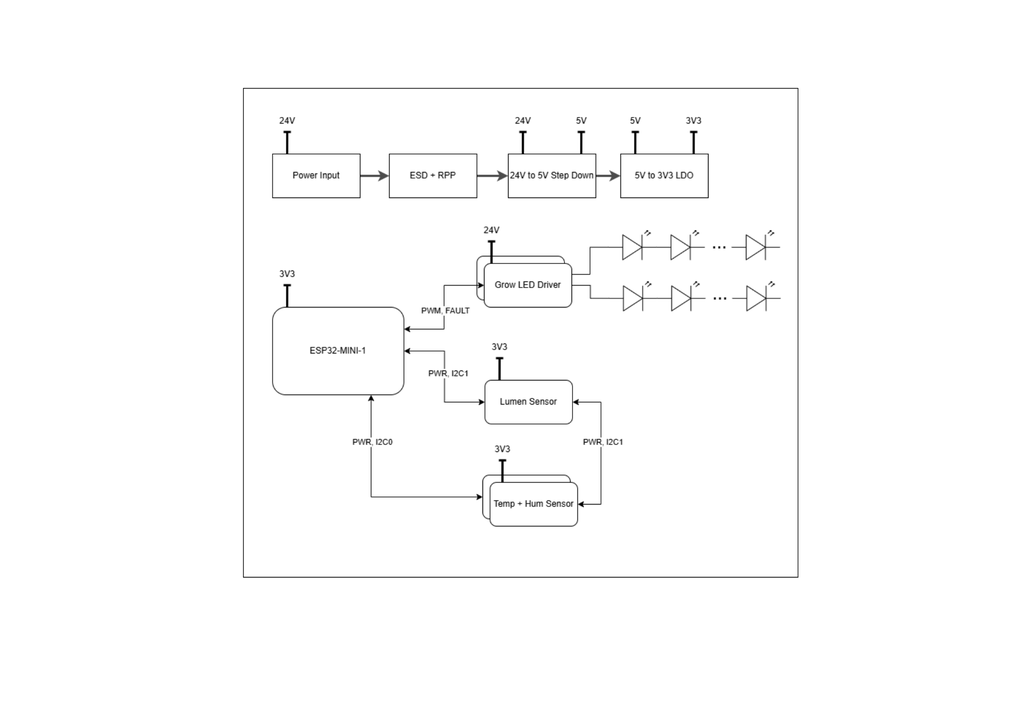
<source format=kicad_sch>
(kicad_sch
	(version 20231120)
	(generator "eeschema")
	(generator_version "8.0")
	(uuid "cc0b1589-a0b2-4506-82dc-9c0adb537706")
	(paper "A4")
	(title_block
		(date "2024-11-13")
		(rev "1.2.0")
		(company "Demeter")
		(comment 1 "Akshat Doctor")
	)
	(lib_symbols)
	(image
		(at 151.13 96.52)
		(scale 2.5)
		(uuid "d9b1f5dd-4453-4c4e-96cc-1ed414d9081c")
		(data "iVBORw0KGgoAAAANSUhEUgAAAv4AAAKjCAIAAADqF5zHAAAAA3NCSVQICAjb4U/gAAAgAElEQVR4"
			"nOzdfWATVb4+8BNF3prQllIwWWlodY3MwrbatND747YphL230PYqRCzKbXVxcWl7WdjevuwKqK1i"
			"A1ZYbKt214utKN3dUF6C1NUoKVcpQrIsLwarWExxExfBtiS8Cszvj7POjQ2UkqadzMzz+QOSyWTy"
			"PTOZ5Mk5J6mMZVkCAAAAIA238F0AAAAAwOAZQv+TyWT81gEAAAAwcLhhriH+iwAAAADExLeLBwNe"
			"AAAAICGIPgAAACAhiD4AAAAgIYg+AAAAICGIPgAAACAhiD4AAAAgIYg+AAAAICGIPgAAACAhiD4A"
			"AAAgIYg+AAAAICGIPgAAACAhiD4AAAAgIYg+AAAAICGIPgAAACAhiD4AAAAgIYg+AAAAICGIPgAA"
			"ACAhiD4AAAAgIYg+AAAAICGIPgAAACAhiD4AAAAgIYg+AAAAICGIPgAAACAhiD4AAAAgIYg+AAAA"
			"ICGIPgAAACAhiD4AAAAgIYg+AAAAICGIPgAAACAhiD4AAAAgIYg+AAAAICGIPgAAACAhiD4AAAAg"
			"IYg+AAAAICGIPgAAACAhiD4AAAAgIYg+AAAAICGIPgAAACAhIR19vF6vTqeTyWQymUyn03m9Xt9b"
			"jUYjXWi322NiYux2O3eT/xIA4IuUT2S73R4WFkbbrlar3W53Xl5eXl6e7zr+S4RC3K3j5OXl0TYa"
			"jUZCiNvtVqvVZrOZW4FbQi/IZLKwsDBBP29FL6SjT01NTUZGBsuyHo+HXuVustvt5eXl9LJGo4mL"
			"i7NYLNytFoslLi5Oo9EMcsEA4E/KJ7LL5UpKSvJ4PCzLOp1OpVJpMBisVqvb7aYruN1uq9VqMBj4"
			"rTMw4m4dRSMOy7Iul6u2ttZsNiuVSp1OZzKZuHVsNhshRKvVlpWVVVdXsyzb2Ng4Z84cbj9AqAnp"
			"6FNaWlpaWkoIkcvlGRkZzc3N9POi1+utqKiYOXMmXc3/1ubm5oyMDLlczmPxAEBJ+UR2OBxqtdq3"
			"CVqtlnz/Zkl83jV5Ka+fxN06Kisrq76+nhBCE4/D4SCE9Eh4JpNJp9Mplcr6+vqsrCxCiFarjYyM"
			"dLlcPFYOvQjp6OPL9xyrqakJDw9PSUnhbtXr9e3t7W1tbYSQtra2rq6u3Nxc3moFgOuQ2onscDga"
			"GhrocAntP+jRZ2AymfLz85VKJa9lBkjcreuB9mAxDEN+mPDcbvfBgweXLFniu7LNZuvs7FSpVLyU"
			"CjckjOhjNputVmtlZSUhxO12Nzc308sc2lVOI7bFYomPjxfHyQYgJlI7kb1er9PprKysZFl2+/bt"
			"OTk5dP6HwWBwOp1er5e+a+r1er4rDYS4W9eD0WhUqVSxsbHp6enkhz1ANpstIiKCG5alM9uys7NF"
			"k/lESQDRx2w25+TkNDU10adRWVlZUVFRj6cU7So3mUxut7u2tlbQQ8sAoiTBE1kul1utVjrYl56e"
			"npSURGcyabXarq6utra2hoYG33dNYRF363ooLS1lWTYjIyMzM5MOyBoMhubmZrfbXVVV5TssS3eL"
			"x+Npbm6m06IhBA3hu4AbMBqNtbW1x44doy+RtMuxoaGBWyEzM3PHjh1yuZxhmNra2m3btnHBHABC"
			"BE5kig6XKBSKiIiILVu2fPjhh0VFRYKezORL3K0jhNAnp8fjkcvlKpWqvb1927Zt1xyWlcvlarWa"
			"dgtBKGJZlmVZ7kJI2b59e0xMjMvluuatlZWVaWlp9MsFLMu6XK6YmBhCCO2ABYAQIdkT2eVyxcfH"
			"22w21m8n0JG+XnZL6BN36ziVlZW5ubn0cm5uLnfZ4/GkpaURQnos2b59O/v905hehhDhm3NCesDL"
			"ZDJ1dHSoVKrr/SKILzr4OnLkSHEMLQOIhmRPZKVS+dprr6WmpspkMt/BPkKIXq8fOXIk/VoQv0UG"
			"TNyt49ARPfrUdTqd3E8z0MFZQgg3LCuXyzdt2lRYWCiTyVQqVX5+Pv22F4QgGY1CMtk/LwAAAACI"
			"jG/OCeleHwAAAIDgQvQBAAAACUH0AQAAAAlB9AEAAAAJQfQBAAAACUH0AQAAAAlB9AEAAAAJQfQB"
			"AAAACQn1v+Hl6+uvv/7yyy9lMhkhxP/fqKio2NhYfisEgBuS2oks7vaKu3X+pNZe0fL/2xYhi/sF"
			"8WsqKCjgu0AAuDGpncjibq+4W+dPau0VEyKUv+HVA4s/tQEgfFI7kcXdXnG3zp/U2itWQhrwio6O"
			"njp1Kn3m2e32y5cvE0ISEhKGDBnCsuz48eP5LhAAbkxqJ7K42yvu1vmTWnvFSqh/vnTMmDGnT58m"
			"hJw6dSoqKorvcgAgEFI7kcXdXnG3zp/U2it0YvjzpVwD6OQyABAiqZ3I4m6vuFvnT2rtFRPBRx8A"
			"EC6pncjibq+4W+dPau0VE6FGHw7iNoAISO1EFnd7xd06f1JrrwgINfqgpxFABKR2Iou7veJunT+p"
			"tVdMBB99AEC4pHYii7u94m6dP6m1V0yEGn04iNsAIiC1E1nc7RV36/xJrb0iINTog55GABGQ2oks"
			"7vaKu3X+pNZeMRF89AEA4ZLaiSzu9oq7df6k1l4xEWr04SBuA4iA1E5kcbdX3K3zJ7X2ioBQow96"
			"GgFEQGonsrjbK+7W+ZNae8VE8NEHAIRLaieyuNsr7tb5k1p7xUSo0YeDuA0gAlI7kcXdXnG3zp/U"
			"2isCQo0+6GkEEAGpncjibq+4W+dPau0VE8FHHwAQLqmdyOJur7hb509q7RUToUYfDuI2gAhI7UQW"
			"d3vF3Tp/UmuvCAg1+qCnEUAEpHYii7u94m6dP6m1V0wEH30AQLikdiKLu73ibp0/qbVXTAQffRC3"
			"AYRLaieyuNsr7tb5k1p7xUSo0YeD5xyACEjtRBZ3e8XdOn9Sa68ICDX6oKcRQASkdiKLu73ibp0/"
			"qbVXTAQffRC3AYRLaieyuNsr7tb5k1p7xUSo0YeD5xyACEjtRBZ3e8XdOn9Sa68ICDX6oKcRQASk"
			"diKLu73ibp0/qbVXTAQffRC3AYRLaieyuNsr7tb5k1p7xUSo0YeD5xyACEjtRBZ3e8XdOn9Sa68I"
			"CDX6oKcRQASkdiKLu73ibp0/qbVXTAQffRC3AYRLaieyuNsr7tb5k1p7xURGD55MJuMlwOIZM2hw"
			"fMWN3w+gONCDZhAONI7moEG/0WDyzTlD+C2F4NgPCh5fy3B8B0EovFfhQA+CQTvQOJqDIBROW8kS"
			"6oAXAAAAQAAQfQAAAEBCEH0AAABAQhB9AAAAQEIQfQAAAEBCEH0AAABAQhB9AAAAQEIQfQAAAEBC"
			"EH0AAABAQhB9AAAAQEIQfQAAAEBCEH0AAABAQhB9AAAAQEIQfQAAAEBCEH0AAABAQhB9AAAAQEIQ"
			"fQAAAEBCEH0AAABAQhB9AAAAQEIQfQAAAEBCEH3gJly6dOnKlSt8VwEDDgdaTHA0AXpA9IGbMHTo"
			"0PLy8ubm5suXL/NdCwwgHGgxwdEE6AHRB27OzJkza2trf/GLX7z99tvfffcd3+XAQMGBFhMcTQBf"
			"Iow+brdbrVbLfOTl5Q3oI+bl5RmNxn5uxG63JyQkuN3uoJQ0cKZNm6ZWq0+dOvXKK688/vjj27Zt"
			"u3Tp0iDXYDQaZT/EHWLfm7iD0mN9nU7n9Xpv6hHtdntYWNgNH1Emk4WFhdnt9l6WC0VgB9rr9ep0"
			"uuvt57y8PLrfjEZjj1v9l/T9tMrLy/M96Ha7PSYmxndv+y8hPzym3EP35zTs8SQJqSM+mKdtAIej"
			"77udO624E5B7UvkWQJdwlfg/ka75lPCt3P+Nw/f4DvR7Cgw0EUYfavv27SzLsizr8XicTqfZbOa7"
			"IvHIycmhF7799ts//OEPjz/++NatWwc5AKWlpXk8HvZ79fX1hBCj0VhbW+tyuViWdblctbW13Eue"
			"7/pqtTozM/Nm009UVJTNZqNbcLlcVquVe1L5bryxsbGoqIhu/HrLhSKAA11TU5ORkUHPO3qVu8ls"
			"Njc0NNDLer2+vb29ra2NXvV6vc3NzRkZGXK5/GaL9Hq9TqeTO99LS0s1Gk1cXJzFYuHWsVgscXFx"
			"Go2GW2K321NTUxsbG/vzlPDn+yRpbGxMTU0NnfQzOKdtYIejj+x2e2trq8fjoa/q9Ow2GAxWq5WL"
			"TW6322q1GgwGenpyLwV9fAvIzc31fePgIo7ZbE5NTd29eze9lRASwCcoCB2ijT4cuVyuVqsdDgfx"
			"ie1qtdrtdrvd7oSEBO4zOn0q04+tZrPZ9/MrPW3oB4WYmBh6d//HMpvNCQkJCQkJ3Gc+upHly5fT"
			"x6Xnqu9HHLPZrNPpjh07NmfOnIMHD06dOlUoHT/c1c7Oztdee+3nP//55s2bB78HyJfD4dDpdEql"
			"khCiVCrz8/Obm5v9X54qKyuPHz++a9cu/y0Yjca+9DQolUqdTkefVD2oVKquri76xt+X5aEsgANd"
			"WlpaWlpKCJHL5RkZGdz+d7vdVVVVaWlpdLUeb4dtbW3t7e16vZ7bjtFobGhoKCsro4fDbDZfryfJ"
			"4/F0dXWpVCpuSY+HvmaucrlcY8aM0Wq19OqSJUva29s/+ugj39Owx8sF+f5svf/++30XXk9WVpbB"
			"YFi/fj35YWcY99pCX1XMZjO3KdrR5f8y0ttB6rPBOW0DOBxut7v33c5JTEzcunWrXC6n26QnID2I"
			"NpuNrkMvaLXarKws+omol7O1F3K5vKqqateuXfRlvKqqqrGxMTExkd5KM/01X0NAEMQffeiHAIZh"
			"6Am2cuVKlmV1Ot38+fMVCkV8fLzL5SKEfPXVV4QQ+nmCEKLVagsKCtRqNcuy27dvz8nJoS9Ap0+f"
			"rqmpcTqd9P3V38GDBysqKjweT1JSEn3VI4S88cYbx44ds9lsNTU113whu/3225uamuLj4/fu3Xu9"
			"LYcU7hMkp7u7+/XXX3/sscdMJtOFCxd4qcpgMDQ0NHDvjqWlpVar1b8jIbCXQl/ck8r/JovFEhER"
			"oVAo+rg8xPXnQDscDrVaTfd/WVlZRkYG99bb4+3QYrGkp6dz7yuEkNLS0tzc3MrKytLSUrvdnpOT"
			"s337dnpuFhQU+D6Ky+X6/PPPtVqtbzDy7VVqa2vr6urKzc31vRd9v7zrrrvo+ZiYmNjR0fFv//Zv"
			"3GlICJkzZw7tFqIvF3TLLS0tKSkpdGFZWVnve89gMDidTq/XS2v2eDz0xaStrY1753Y4HLGxsS6X"
			"y+v1dnd30/x3zZeR/huE0zaAw6FUKnvsdt9X6Wv2rND8RE9AejqbTCZ6k8lkys/P930V7eVs7R0N"
			"6C6Xi9bMBWXy/Sdq7kFBcIbwXcBAyc7O5i5XVlZmZWXZ7fbIyEh6yi1ZsuSBBx5oa2tjGMZkMqWn"
			"p4eHh0+bNo1+YqAv0Fartbq6mhCSnp6elJTkcrlUKlVUVJTvBxp/MTExWq3W90MJIYSeikqlMj09"
			"3WKx+H66HTRZWVmD8Chnzpypr69vamqaM2fO7NmzB+6BWlpafGPE9u3bs7KysrKyPB5PZmYmvSkt"
			"LW3Hjh19GUPxer2ZmZktLS30allZWUxMTI8Yevr0ad/XPvqk8i+G3pE+6PWWD4TBOb6cGx5os9ls"
			"tVrpm5ndbu/u7i4oKPBNLXq9ftOmTTTNNDc3FxUVXe+xXC5XUlJSenq6XC4vKioqLCx0u93coaH9"
			"N3v37lUoFJmZmQUFBfX19dybVmJiosViiY+P7/GJQqlU0hETekxHjhy5e/du3+zFdR4QQpYsWbJw"
			"4UJaakxMDPcasnDhQt9Krufs2bNOp7OoqEgul9MXE4vFwjBMVVVVQUGB1+vNycnhOsA0Go3L5brm"
			"ywg1EAc6iKdtYIfD9+7+r9K+x4UQYjabs7OzuQNBCDEYDFVVVV6v1+PxHDx4cMmSJdzKRqOxrKws"
			"LS0tPT29P+3yxzBMfz4+Ab9E2+vDDTbT8WZCiMvl6uzspLeqVKrRo0cTQvR6fXd3t81m6+7unjJl"
			"isPhcDgc3OeD7OxsmUymUChaWlros3z06NG9R5/Y2Fj/T/YBfOAQNI/HU19f/6tf/WrgHqLHXB/u"
			"/UAul1utVm4CR48eAopOR/Bdwt2rsrKysrKSZVn/jj1uGsf27dt9X3Z7FON7x+stFw3uQA8fPtx3"
			"udlszsnJaWpqUiqVXq+3oqJixYoVPWKfRqOJiIiw2Wy7du06fvy4b6zswfcNRqVSRUZG+t6alZVF"
			"9y0NRnTaBw0NJpPJ7XbX1tYaDIZrbrm0tJSblzNnzpwewysdHR0qlUomk2m12s8//5x2D1/zBO+9"
			"co/Hc/z4cbqE9haQ70PVZ5991tHRcc8993z11Vculys8PJzupZt6lGAJymnbn8NBrvMq7f8QLMtW"
			"V1dz0wO0Wm1XV1dbW1tDQ0NERITvLCJ6iDMyMgKYy+V74EBkRBt9/Pm+aLpcrm+//ZYQotFowsPD"
			"P/300zvuuEOlUjkcjtbWVtorExkZyc1Y5PJTYOgroP87Lvnhy7pojBkz5oknnqB9ZoPG6/Xef//9"
			"vuOJ3HBDjzXpK1rAeTQrK6uXrnhJ4Q6071iJ0WgsLCw8duwY/bDe1tb23nvv0RGQhoaGhoYGOnWU"
			"GzLwH6HowfdI+b41XhMXGhiGsVqt27Zti42N9f/E32NSl1arjYyMpOGG45tcz549S5tz/Phx2v1z"
			"w0rI90N+t99+e2xsLF3CvQgolcrJkyfv27dv1KhRGo3mzJkzr732Wi+ZYBAMxGnbx8PBuear9PXW"
			"pFOYCSEKhSIiImLLli20+9C/b5VhGO7A9R39woRKpeJiOncTHXHj93hBf4h2wMufSqXq7OxsaGgo"
			"LS1dv349/YqBXC4fNWrUqlWrampquM8KdHl8fPz69evr6+u5L4P03t/Ti+bm5oKCAt+5nJ9//rnN"
			"ZktPT29ubg5aC3sV3O+47dmz5/nnn/dfHh0d/eCDD86cOXPIkMF+asnl8pSUlKKiIjrIRWcmcnNN"
			"fJWVlV3v9bePAbeysnLq1Km7du0a5GGmXgzQdxhv9kCbzeba2lrfscLExMSzZ8/SyzT00MmnhBCD"
			"wZCdnU0Hm3qpQaVS7d+/f9euXenp6VVVVdxMdspoNDocjvr6enrEufmztFtl8eLFlZWV/s8BvV7/"
			"wAMP6PV6GmgaGho6OztVKhWXfrRaLZ0Ln5WVRb85SAfvOjo6bDZbVlaWyWTqUUkPZrPZZDLt3r2b"
			"hryqqqr09PRdu3bt37+/qqqKEHLHHXe8/PLLDz/8sFKpHDVqlNPp7KXry3ezN1znegbhtA3scHCu"
			"+SrN3Wo2m6uqqugJ7vs1MdqrRMepuX3IVUIIueHB8uf1eouKirgpaEVFRTk5OdyoKO1ODvogGgwa"
			"CfX60Ml05eXlMpnMarVu2rSJnoE/+9nPaJ82vZqSkkIv0OnM9KaVK1f2501OrVYrFAqtVltTU5OY"
			"mJiYmLhy5crs7Oxx48ZNmzaNrkPPeUF8w4sQ0tjY2GNJdHR0QUFBXV1dRkbGIOQeOo2mx0/1lJaW"
			"ZmRk0OUKhUKtVnPvsr7rO53OPs4Buh769TE66SRIDQpRN3ugTSYTN050w59Q0mq1MTExSUlJ1/ye"
			"M8Mw9BteiYmJjY2N2dnZtP/A9wvz5Pu0yh1xLrzS2a8jR4685tS6xMTELVu2pKam0jq5uMadhoSQ"
			"pqamnJwcmUxWXl5OB+8IIfHx8StWrKDPoh6VkO8nhNFt+r5T0jUVCkV2djb3RSG9Xt/Z2UnLu+OO"
			"O9Rq9UAPiQ7CaRvY4eix2/1fpamsrCzuBK+trfW9Va/Xjxw50jffcJX05WBx36RraGigS3q8gGRl"
			"Ze3evZt7whBCrvkVChAKGf2JApnsnxcG++F5etxBQ+fPFhUV8ds9ENz9/NFHH1VWVnJXo6Oj582b"
			"N3PmzFtvvXVAHxeuZ4D2Mw50D769DrwU0J/9jKMZarCfB5nvDpfQgBcEy6ZNm+iF6Ojohx56SK/X"
			"+796ggjgQIsJjiYAB9FnYNGvDvFdRTB9+OGHTqdz7NixdHIAXj3FCgfaH/0BBb6rCASOJoAvRB+4"
			"ORaLpbCwEB8ZRQ8HWkxwNAF8Ya6PJARrP1+6dOnWW2/t+6snju/gCPp+xoEOTYHtZxzN0IT9PMgw"
			"1wcCNHToUL5LgMGAAy0mOJoAPUjoy+0AAAAAiD4AAAAgIYg+AAAAICGIPgAAACAhiD4AAAAgIYg+"
			"AAAAICGIPgAAACAhiD4AAAAgIYg+AAAAICGIPgAAACAhiD4AAAAgIYg+AAAAICGIPgAAACAhiD4A"
			"AAAgIYg+AAAAICGIPgAAACAhiD4AAAAgIYg+AAAAICGIPgAAACAhiD4AAAAgIUP4LoDIZDK+S4AB"
			"hOMrETjQYoKjCeLGc/RhWZbfAmBA4fhKBA60mOBoguhhwAsAAAAkBNEHAAAAJATRBwAAACQE0QcA"
			"AAAkBNEHAAAAJATRBwAAACQE0QcAAAAkBNEHAAAAJATRBwAAACQE0QcAAAAkBNEHAAAAJATRBwAA"
			"ACQE0QcAAAAkBNEHAAAAJATRBwAAACQE0QcAAAAkBNEHAAAAJATRBwAAACQE0QcAAAAkBNEHAAAA"
			"JATRBwAAACQE0QcAAAAkBNEHAAAAJATRBwAAACQE0QcAAAAkBNEHAAAAJATRBwAAACQE0QcAAAAk"
			"BNEHAAAAJATRBwAAACQE0QcAAAAkBNEHAAAAJATRBwAAACQE0QcAAAAkBNEHAAAAJATRBwAAACQE"
			"0QcAAAAkBNEHAAAAJATRB0DkvF6vTqeTyWQymUyn03m9Xt9bjUYjXWi322NiYux2O3eT/xIAABFA"
			"9AEQuZqamoyMDJZlPR4PvcrdZLfby8vL6WWNRhMXF2exWLhbLRZLXFycRqMZ5IIBAAYUog+AyJWW"
			"lpaWlhJC5HJ5RkZGc3Mz7fjxer0VFRUzZ86kq/nf2tzcnJGRIZfLeSweACDoEH0AJMThcKjVappm"
			"ampqwsPDU1JSuFv1en17e3tbWxshpK2traurKzc3l7daAQAGBqIPgFSYzWar1VpZWUkIcbvdzc3N"
			"9DKHjnm5XC5CiMViiY+PVyqV/NQKIChnzpzhuwTh4XGnIfoASILZbM7JyWlqaqJppqysrKioqEey"
			"oWNeJpPJ7XbX1tYaDAaeigVJ2Llzp0wmCw8PP3DgAN+1BM5ut8tksnHjxr3zzjt81yIYvO+0Ibw8"
			"KgAMJqPRWFtbe+zYMZp13G631WptaGjgVsjMzNyxY4dcLmcYpra2dtu2bbGxsenp6fyVDOJ34cKF"
			"oUOHRkZG8l1Iv3R1dUVHR48ZM4bvQoSE950mY1mWECKT/fMCAIiM2WwuLCzcu3fvNUevjEZjc3Mz"
			"zT2EELfbPXXq1I6OjsrKSjo5GmAgVFdXP/PMM5s2bRo1atRtt92mUCguX758zz338F3XzXnjjTcW"
			"Lly4adOm8ePHE0JGjx5NCFEoFOPGjeO7tNDF107zzTno9QEQOZPJ1NHRoVKp6NW0tDQu6PhTKpU6"
			"nc5kMun1+kGsEaTlt7/97dtvv93S0sIwDF0yYcKEv//974899lhdXR2/tfWd0Wh8+eWXW1pauO8K"
			"xMXF/f3vf09NTX3vvff4rS1khchOw1wfAJGrr69nfVitVt/cU1pa2mNJfX392bNnExMT+SgWxK+z"
			"s/PAgQO+uWfPnj0sy6anp//oRz/it7absnPnTt+38E8++UQul0+fPv3HP/4xv4WFshDZaRjwAgCA"
			"a/jggw+mT58+0I9iMpnmz5+/YcOGWbNmke+HP4Lo0KFDP/3pT4O7Teq777677bbb6OX33ntv/vz5"
			"zzzzzPz588kAtGKQiXKn/SDn0A+C3AUAAIDDhw+HhYU9/vjjnZ2dQdngjBkzLBZLj4Xr1q0bN27c"
			"+++/H5SH8PfNN9+Eh4fn5OScOHEiKBt8+OGH33zzzR4LN2zYMHz48KampqA8BO/EutN8cw4GvAAA"
			"4BomTJgwatQohmHefPPNAXqIb7/91mq1Dmjf0m233Xb33XdPnDjxlVdeGaCH6OrqslqtDzzwwABt"
			"f/CJfqch+gAAwDXIZLKqqqqNGze++OKLDz/88N///vegP8QzzzwzCN/qeuaZZ95///3GxsasrKxP"
			"P/006NtfunTplClTgr5Zfol7pyH6AADAdU2fPt1ut991110TJ0589dVX+S4nQMnJyVarNTU1lWGY"
			"qqoqvssRBhHvNEQfAAC4gfLy8vfee++tt97Kzs6mf+VNiIqLi48cOUKnb9vtdr7LEQZR7jREHwAA"
			"uLEpU6a0tLRMmzaNYZgXX3yR73ICxDDM22+/bTAYUlNTy8vL+S5HGMS30xB9AACgr0pKSg4dOmSx"
			"WGbMmPHXv/6V73IClJ+f73A4jhw5kpyc3NLSwnc5wiCmnYZfcwaQlq+//vrLL7+UyWSEEP9/o6Ki"
			"YmNj+a0QQtxPfvKTnTt31tTUTJs27Te/+c2KFSv4rigQarX6T3/6U319/bx58/Ly8lavXs13RQIg"
			"mp2GXh8AaWlqakpJSZk6derUqVOnTJkyZcqU5OTk5OTkpKSkpKQkkU1mhIFTUFDgcDgOHTo0ZcqU"
			"3bt3811OgPLy8j755JNTp07RPMd3OcIggp2G6AMgLSx+tx2CZMKECX/+858XL15sMBiE+8dux4wZ"
			"8z//8z/l5eWFhYUFBQXnzp3juyIBEPpOQ/QBkJbo6Giuv2fIkH8OeSckJGi12sTERPq3lAH67tFH"
			"H/3kk09Onjw5adKk5uZmvssJ0Ny5cx0Oxy233MIwzJ///Ge+yxEG4e40zPUBkJZ58+bNmzePXh4z"
			"Zszp06cJIRaLJSoqite6QMCio6M3bNhgMpny8/Nnz569Zs2aESNG8F3UTRs+fPhLL700e/bskpKS"
			"HTt2rFmzZuzYsXwXFeoEutPQ6wMgXdzgF53jDNAfBoPB4XAQQhiGMZlMfJcToH//938/dOiQSqVi"
			"GGbDhg18lyMMgttpiD4A0oV5PxBcI0aMqK6urq2tffrppx999NFvvilnmToAACAASURBVPmG74oC"
			"9Pzzz2/durWurs5gMBw/fpzvcoRBQDsN0QcA0OsDwZSRkXHkyJFx48YxDPP666/zXU6Apk2b1tra"
			"mpCQwDBMdXU13+UIg1B2GqIPgHRhwAsGjtFo3Lx58yuvvPLggw9++eWXfJcToOXLl+/Zs2fr1q00"
			"z/FdjjCE/k7DNGcA6cKAV2jau3cv+WEe9c+mPZZc7+qJEycmTZoUQA0dHR2XLl0K4I6+UlNT9+7d"
			"W1FRwTDMmDFjXC7XsWPHAtiO0+lUq9UB3LGzs/PKlSsB3NHXvffea7FY1q5de++998bGxmq12sBa"
			"QQi56667el8hLy+voaEhLS1tx44dcrn8Zhf6CrhIwe20ACD6AAB6fULLf/7nf44ZM6ZHMA3sqkKh"
			"+OqrrwKoof+5h7NixQqPx7N27dqysrKRI0cGsAWVSuVyuQK445UrV7777rsA7uhv2bJlFy5cWLFi"
			"hdForK2tDWALP/3pTzdv3hyUYvrivffeC+xPrUlhpyH6AEgXBrxC07Fjxz7//HN+azhy5Mj8+fP7"
			"v51Dhw4VFxezLHvfffetWrVqxowZ/d9m3506dWrixIn93057e3txcbHb7Z4+ffqjjz768MMP93+b"
			"A23x4sWLFy8O4I5S2GmY6wMgXRjwggG1atWqpKSkWbNmvfvuuwqFgu9yAvTSSy8xDHPfffft2bMn"
			"Ojp6QB+rvr6eZVmr1eo7htX3haFjMHdaANDrAwDo9YEg27NnT3Fx8bhx4xwOx5133sl3OQE6fPhw"
			"cXHxlStX9u7dm5CQwHc5wiCInYZeHwDpwoAXDIQnn3wyMzPz5z//eVNTk3Bzz/PPP5+YmJiRkfHe"
			"e++F7Ft4qBHKTkOvD4B0YcALguvdd98tLi6Oj48/evTouHHj+C4nQK2trcXFxdHR0Q6HYyC+XiRK"
			"wtpp6PUBAPT6QH9dunTpV7/61eOPP/7b3/62oaFBuLln+fLls2bNevTRR7ds2RL6b+EhQnA7DdEH"
			"QLow4AVBsWXLFoZhLl265HA4HnroIb7LCRAdo3E6nUePHn388cf5LkcYBLrTMOAFIF0Y8IJ++vbb"
			"b4uLi1tbW3/3u9/Nnj2b73IC9N133xUXF2/evHnNmjU5OTl8lyMMgt5p6PUBAPT6QCDeeOMNhmFG"
			"jx7tcDiEm3u2bNkyceLECxcuOBwOwb2F80XoOw29PgDShQEvCMyJEyeKi4u/+OKLxsZGnU7HdzkB"
			"6uzsLC4u/uijj9atW5eZmcl3OcIgjp2GXh8A6cKAFwTg5Zdfnjhx4sSJE/fv3y/c3LNx40aGYSIi"
			"IhwOh3DfwgeZaHYaen0AxKatrW3jxo0Wi8XhcJw5c6YvdxkxYsRAVyUgo0aNYhhGr9cvWLBAo9Hw"
			"XU4IOXr0aHFx8dmzZ61Wq1ar5bucAHFdVm+99VZ6ejrf5QiDyHYaen0ARGXp0qXJyckXLlyorKx0"
			"Op1sr4YOHUrvdfHixd7XlBSn01lZWXnhwoXk5OSlS5fye0BDxwsvvMAwjE6n27Vrl3BzzyuvvMIw"
			"zD333LN//34RvIUPDvHtNPT6AIiEy+WaO3fu5MmTnU5nREREX+7CYsDrWiIiItLS0tLS0p588smS"
			"kpKUlJTNmzerVCq+6+LN/v37i4uLFQrF0aNH77nnHr7LCdCnn35aXFzs8Xg++OCDpKQkvssRBrHu"
			"NPT6AIjE3LlzZ8+eXVdX18fcQzDN+UYiIiLq6upmz549d+5cvmvhzdNPPz19+vScnByz2Szc3PPC"
			"Cy9MnDgxLS3NarWK6S18QIl4p6HXB0AMli5dOnny5OXLlwd2d0SfXixfvryjo2Pp0qXr1q3ju5ZB"
			"dfbsWa1We9dddzkcjvHjx/NdToAuX76cnp4eFhbmcDgmTpzIdznCIPqdhugDIHhtbW0bNmxwOp03"
			"e0cMePXR6tWr1Wr14sWLJTXrWS6XL126dMGCBUHZ2r/+678GZTs3S6PRzJs3b/HixUHZ2t133x2U"
			"7YQ40e80GX3tk8lkeBEEEKgVK1ZcuHBhzZo1N3vHW2+99erVq4SQy5cv33rrrQNQmngUFxcPHz68"
			"oqJiEB4rRF6QOzs7IyMj+a6ivy5dusRN54c+EuVO8z2tMNcHQPAsFks/f2MDA143lJmZabFY+K5i"
			"UIkg9xBCxPcWPghEv9PQ6wMgeOHh4X3/VpevW265hZ74V65cueUWfBDqTVdXl1qt7u7uHoTHwgsy"
			"QND5nlaIPgCCF/D5y3X2XL16FR0/NzRor5N4QQYIOt/TCtOcAaTF97eeuYXo8ukjmUyG33oGEDq8"
			"3gFIyE391jNcE37rGUDoMOAFIHh9OX+533pevXp1ALOCwF9XV1dJScnhw4eD/lvPeEEGCDrM9QEQ"
			"lb6cvykpKbNnzw74Nw/hep599tm33367tbU1iNvECzJA0CH6AIjKDc/fpUuXnjt3rq6ubtBKkpRF"
			"ixaNHDkyiL/1jBdkgKBD9AEQld7P37a2tuTk5MC+/Q59Qb/3vm/fvmDNesYLMkDQ4ScNASRk48aN"
			"ixYtQu4ZOBEREYsWLdq4cSPfhQBAnyD6AIhc/3/rGW5Igr/1DCBcGPACELzez9+Af+sZ+i64v/WM"
			"F2SAoMNcHwBR6f38xdk9OIK4n3HIAIJOSHN98vLyZDKZTCYzGo2EELfbrVarzWYztwK3hF6QyWRh"
			"YWF2u52/kgEAACB0hXT0oRGHZVmXy1VbW2s2m5VKpU6nM5lM3Do2m40QotVqy8rKqqurWZZtbGyc"
			"M2eO2+3mrW4AAAAIVSEdfbKysurr6wkhNPHQPzlkMBisViuXbEwmk06nUyqV9fX1WVlZhBCtVhsZ"
			"GelyuXisHAAAAEJTSEcfjtvttlqtDMMQQrRaLfm+s8ftdh88eHDJkiW+K9tsts7OzuD+rjwAAACI"
			"gwCij9FoVKlUsbGx6enp5Ic9QDabLSIigvsZMa/Xq9PpsrOz8/PzlUoln0UDAABASBJA9CktLWVZ"
			"NiMjIzMz0+v1EkIMBkNzc7Pb7a6qqsrIyJDL5XRNuVxutVo9Hk9zczOdFg0AMGhkQaLT6fhuCoCY"
			"DeG7gL5iGKa2ttbj8cjlcpVK1d7evm3btq6urtzc3B5ryuVytVpNu4UAAAYNvpEOIAgh3etjNBrz"
			"8vLoZW46MyFEo9HExcUtXrw4Pj6eLqFDXfQbYXRikMFg4LFyAAAACE0hHX1KS0vJ933ITqezpqaG"
			"LpfL5RkZGYQQLt/I5fJNmzYVFhbKZDKVSpWfn0+/7QUAAADgC7/mDCB4+DXnUID9DBDKhPRrzgAA"
			"AABBhOgDAAAAEoLoAwAAABKC6AMAAAASgugDAAAAEoLoAwA9mc1m7peF1Wo199eC+89ut8fExNjt"
			"dt+FeXl5PX7OmP4ae4/l3K989XLfa65jt9sTEhKC2AoIlg0bNshksnHjxgn6D07v3LlTJpOFh4cf"
			"OHCA71oEg9+dhugDIBJVVVUej6f/2zEajTk5OTabjWVZlmXz8/Pnz59P/4bMwMnNzWV90N/08l3u"
			"8XicTuc1k80N10lMTPzb3/6Gv+sXmkaMGHH58mW+q+iXCxcuDB06NDIyku9ChITfnYboAyASK1as"
			"GDNmzIoVK/oTgNxud21tbWNjY2JiIl2Sm5vb1dXV1tZGO2xiYmJoP5Ddbg8LC+O6hdxud0JCAu3O"
			"MRqNOp3O6/X6/sx6P8nl8qqqql27dvXoMbreOr7V/uUvf0lISDh27JhvMXl5ebRvievi8q05Pj5e"
			"JpMFpXK4nueee+65555raWlpbm7u6uo6duzYvn37+C7qplVXVz/xxBNvv/32n/70J0LIsWPHPv30"
			"U76LCnW87zQhRZ+vv/567969H3/88ccff7xv3759+/bt379///79NpvNZrMdP36c7wIB+PTcc88N"
			"GTKkqqpq7NixAQcgm81GCNFqtdwSpVL5t7/9jSah06dP19TUOJ1OQsicOXNWrlzJsqxOp5s/f75C"
			"oYiPj6fDFl999RUhxOPx0Bp8t9Yf9C/Y9D4y4rsOV+2YMWMIIWFhYRkZGSaTiRDidrsPHjyo1+vt"
			"dntBQYHNZqOlFhQU0O0kJCSwLIsfhR84BQUFf/nLX1paWpKSkpKTk2+//fbp06enpKSUl5fzXdpN"
			"+O1vf/v73/++paVFr9cnJyffe++9er1+8uTJixYt4ru00BUKO01I0aepqSklJWXq1KlTp06dMmXK"
			"lClTkpOTk5OTk5KSkpKSqqqq+C4QgE/Lli0bMWLE+fPnL1y40J8AFBsbq1AoCCFcvw7X/xEVFaVS"
			"qQghLpcrMjKS/vHgJUuWtLe3t7W1MQxjMpm8Xm94ePi0adPoZxK1Wt2XkaaGhgZuvk5YWFgvXTt9"
			"x1XLYRjGarW63W6bzRYREaHRaCwWS1xcnEajkcvlRUVFTqfz7NmzdM3+FwDX097efvr06ZaWlh/9"
			"6Ed0yccff3zmzJlp06ZFR0fzW1vfdXZ2HjhwoKWlhXu27Nmzh2XZ9PR0rl3QQ4jsNMH85XaCv4oM"
			"oSc9Pd1qtfJdBSGEyGQyeuGWW265evXq+fPnCSGrV68+duzYzW7q+PHjHo9HLpcnJiaePXvW6/Vm"
			"ZmbSm0aPHs1Fn87OTrpQpVKNHj2aEKLX61tbW202W3d3989+9jOHw0H6nCFyc3Pr6+t7X8fj8dyw"
			"c9d3Ha5ajlarjYyMdLlcJpMpIyNDLpcTQlpaWmjUI4TExMTQsBhY9OGOQj8NGzbs+eefX7ZsWVC2"
			"1h/vv//+jBkzgr7ZuLi4xsZG7uof/vCHpUuXbtq06f/9v/8X9McihHzwwQfTp08P+mYjIyObm5u5"
			"qyaTaf78+Rs2bJg1a1bQH2vwiXunCanXJzo6muvvGTLkn6EtISFBq9UmJiaOHz+e3/JAgqxWKxsC"
			"CCH0QlRU1NWrVwkhI0aMGD58eElJSV1d3U21iA5O0WGvXqhUKm5+osvl+vbbbwkhGo0mPDz8008/"
			"veOOO1QqlcPhaG1t1ev1AezYa3K5XCzL9kgzN7WOUqmMj4/fsmVLd3c3V5jvDGun03n77bcHXGGw"
			"Dmh+fn7ANQRRc3NzZmbmr3/96ytXrgRlg1OmTDly5EiPheXl5WvWrGlpacnKyho9ejSN0UF05MiR"
			"7OzsX/ziF11dXUHZoF6vf//993ss/N3vfldYWPiXv/xlwYIFA9GKQSb6nSak6DNv3rzW1ta9e/fu"
			"3bs3PDycLrRYLHS6D/eVEABpWrdu3fnz52noKSoqOnnyZEVFBdef0UdKpTI/Pz8nJ4cbcqqpqWlp"
			"aemxmkql6uzsbGhoIISsX7+eGzMaNWrUqlWrGIbRaDR0Te5CP3m93qKiovT0dG7+dWDrGAyG5557"
			"rqurixam1+u5qdN5eXk6nY4OeAEhZOjQoVOmTPF6vRMnTty2bVv/N3ju3Dn/hadOnbJarb0csv6b"
			"MGHCqFGjGIZ58803B+ghvv32W6vVOhDdJHwR+U7r8alRKLh4ePr0ab5rAekKkROHljFixIihQ4cu"
			"X778zJkz/rfeFJvNNnLkSHqKxcTE0K4Um81GJzL3WIdbgWXZ7du3c1dzc3MrKyt72TIhZOTIkTab"
			"jc4Z8kV7Ynos7/EFeOp66/hW63vZ5XLFxMT4FrZ9+3bflno8nrS0tO3bt9/sTgvik2HZsmUvvvhi"
			"sLYWMIvFMmPGDJZlt27devfdd9M+gP5scNKkSYcPHw5SdX11+PDhSZMmsSz7/vvv33ffffPnz//q"
			"q6/6s8EZM2ZYLJYgVReiRLnTfM9QoUYfrrMd0Qd4FCInDi3jhRde6BF6fG+FgSbi6MOy7Hfffbds"
			"2TKVSvXmm28GvEF+ow+1YsUKhULxyiuvBLzBUHgXH2ii3Gm+Z6iQBryuKVjzCgGErqio6GaHtwD6"
			"aMiQIS+++GJDQ8MLL7zwyCOPCPfHl8vLy99777233norOzu7ra2N73KEQXw7TajRh/3+216IPgAA"
			"g2PGjBl//etf4+LiGIb5/e9/z3c5AZoyZUpLS8u0adMYhnnxxRf5LkcYRLbTBB99AABgMFVUVLzz"
			"zjsNDQ3/8R//8dlnn/FdToBKSkoOHTpEB/X++te/8l2OMIhmpwk1+nDQ6wMAMMimTp36v//7vykp"
			"KQzDrF27lu9yAvSTn/xk586dc+bMmTZtWkVFBd/lCIM4dppQow8GvAAA+FVWVnbgwIF3331Xr9cL"
			"94+WFxQUOByOQ4cOTZkyZffu3XyXIwxC32mCjz4AAMCXyZMnNzc333///f/yL//y7LPP8l1OgCZM"
			"mPDnP/958eLFBoMBPxHXR4LeaUKNPhz0+gAA8KuwsNDhcPztb39LSUn58MMP+S4nQI8++ugnn3xy"
			"8uTJSZMm+f6xBeiFQHeaUKMPBrwAOKNGjQrW780DBCY2NtZkMi1atOiBBx4oKyvju5wARUdHb9iw"
			"4emnn87Pzy8sLKR/Cw96J8SdJvjoAwAMwxw8eJDvKgDIY4899sknn3z99deTJ09+5513+C4nQAaD"
			"gfvjuyaTie9yhEFYO02o0YeDXh8AvV6/Y8cOvqsAIISQsWPHvv766ytXrvzlL3/5X//1XxcuXOC7"
			"okCMGDGiurq6trb26aeffvTRR7/55hu+KxIAAe00oUYfDHgBcBYsWFBXV4cxLwgdDz74oMPhuHr1"
			"KsMwmzdv5rucAGVkZBw5cmTcuHEMw7z++ut8lyMMgthpgo8+AKDRaB577LGSkhK+CwH4PyNHjqyp"
			"qamurl65cuVjjz126tQpvisKkNFo3Lx58yuvvPLggw9++eWXfJcjDCG+04bwXUB/odcHgBCybt26"
			"lJSUZ599dvny5XzXAv118eJFp9P58ccf+y7s8Vrn/9J3vRVOnDgxadKkAMpwuVz9n7I6a9asWbNm"
			"lZSUMAzDsmxHR8fw4cMD2I7T6VSr1QHcsaOj49KlSwHc0VdqaurevXsrKioYhhkzZozL5Tp27Fhg"
			"m7rrrrt6XyEvL6+hoSEtLW3Hjh1yufxmF/oKuEjB7bSbJdTogwEvgB42b948d+7cjo6O1atXR0RE"
			"8F0OBG769OnLly//+OOPe3Rv+17t5aYeV8PCwgL7a6Pnzp1TKpUB3NHf6tWrOzs7N2zYsHjx4qFD"
			"hwawhTvuuOOrr74K4I79fwvnrFixwuPxrF27tqysbOTIkQFsYebMmbW1tcGq54befPPNjRs3BnBH"
			"0e80wUcfAKBUKlVra+vSpUvVavWiRYsyMzPj4+ORgYRo7ty5c+fO5bsK8v777z///PP9385HH31U"
			"XFysVCrvvPPOzZs3B9YFFbAjR47Mnz+//9s5dOhQcXExy7L33XffqlWrZsyY0f9tDrSnnnrqqaee"
			"CuCOot9pgp/rg14fAF/r1q3bt2/f8OHDy8rK1Go1ThDg129/+9vs7OzHH3988+bNgfX3hIJVq1Yl"
			"JSXNmjXr3XffVSgUA/pY9fX1LMtarVbfMay+Lwwdg7nTbpZQe304eGUH6EGj0VRUVHB/WRDnCPDi"
			"3XffLS4ujo+Pdzgc48aN47ucAO3Zs6e4uHjcuHEOh+POO+/kuxxhCP2dJvheHwDoHX7reRB0dXWN"
			"GjWK7ypCxcWLF5csWfKLX/ziySefbGhoEG7uefLJJzMzM3/+8583NTWF5lt4CBLEThN89MEnWoDe"
			"4beeB8HBgwcZhuG7ipDQ1NTEMMzly5cdDse8efP4LidA7777bnx8/IkTJ44ePbpw4UK+yxEGAe00"
			"DHgBiBz9ree0tDS+CxGzHTt26PV6vqvg2enTp0tKSlpbW9evXz979my+ywnQpUuXiouLt2zZsmbN"
			"moceeojvcoRBcDtN8L0+ANA7/NbzQOvq6qqrq1uwYAHfhfCpoaGBYZioqCiHwyHc3LNlyxaGYS5d"
			"uuRwOATxFh4KhLjThNrrgwEvgD7ifuu5rq6O71rEqaSk5LHHHtNoNHwXwo+Ojo7i4uLjx4//6U9/"
			"Em7n4rfffltcXNza2vq73/1OuNFtkAl3pwm114eD6ANwQ+vWrTt8+PCzzz7LdyEi9Oyzzx4+fHjd"
			"unV8F8KP2tpahmEYhtm3b59wc88bb7zBMMzo0aMF3WU1yAS90wTf6wMAfYHfeg66rq6ukpKSw4cP"
			"C/fPc/aHw+EoLi4+f/58S0tLYmIi3+UE6MSJE8XFxV988UVjY6NOp+O7HGEQwU4Taq8PBrwgFAgo"
			"gtPfeh45cqRarS4uLm5pacHsn8B0dXW1tLQUFxer1eqRI0e2traqVCq+ixpsa9asmTRp0vTp0z/4"
			"4APh5p6XX3554sSJEydO3L9/v0DfwgefOHaaAHp9Ll68uHPnzt27dx84cOCLL7745ptvLl68yN16"
			"yy1CTW+SMmzYsOjo6DvvvPPee+9NTU2dNWvWsGHD+C5KitatW7d48eKNGzeWlZU5HI4zZ87wXZHw"
			"jBo1imEYvV6/b98+Cc7v2bdvX3FxcXh4uMPhuOeee/guJ0BHjx4tLi4+e/as1WrVarV8lyMMYtpp"
			"IZ0b9u3bt3DhwvDw8FdffVWpVK5YseKjjz7q7u5mQWi6u7s/+uijFStWKJXKV199NTw8fOHChfv2"
			"7RuEZ5HX69XpdDIfZrOZLjSbzXQdo9EYFhZmt9sJIW63OyEhYe3atTKZLC8vj9uO0Wik9+3LQ3B3"
			"zMvL0+l0Xq+XXjWbzWq12u12c1fprb7L/bcmk8mMRmOwdgj9refW1lacSoHp7u5ubW2tqKiQYO55"
			"6qmn9Hr9ww8/vH37duHmnhdeeIFhGJ1Ot2vXLqG/hQ8ake20EI0+7e3tCxYsmDt3rkaj6ejoeOed"
			"d0pKSmbMmBETE4PeAiEaNmxYTEzMjBkzSkpK3nnnnY6ODo1GM3fu3AULFrS3tw9CAZWVlfR9a/v2"
			"7YWFhR6PR61WOxwOQojX621tbZ05cyb969b036ioqPHjxx88eJCLI83NzX18CJZl6+vrCSFut9vp"
			"dEZERLS1tfW9VLlcbrVaWZa12Wzx8fEul4tl2dLS0oDbDtB/9A3vs88+czgcTzzxBN/lBIiO0bS0"
			"tBw9evS///u/+S5HGES500Ix+tTV1TEMc/fdd584caKkpGTs2LF8VwRBNnbs2JKSkhMnTtx9990M"
			"wwzml661Wm1kZKTL5TIYDDT60Fwyb948k8lECHG5XPHx8ZGRkXFxcTR5cOvEx8ff1GPZbDa1Wr1w"
			"4cL169cHvyUAg+Lq1atFRUWPPPLIsmXLNm3adMcdd/BdUYCefvrp6dOn5+TkmM1m4XZZDTKx7rSQ"
			"iz7Lli179dVXP/zww5UrV/JdCwy4lStXfvjhh6+++uqyZcsG5xFtNltnZ6dKpdJqtU6n0+12u1yu"
			"lJSU9PR0etVkMhkMBrry+PHjLRYLIcRisUybNq33L0aVlZXRwSlu6Ordd99dsmQJ90CD0DqA4Dp1"
			"6hTDMGfOnHE4HI888gjf5QTo7NmzWq32008/dTgcv/zlL/kuRxjEvdNCK/osXLjw+PHje/bsEcFQ"
			"IvSRVqvds2fP8ePHB/RvvnC5JDs7u7q6WqlUKhSKiIgIl8tlMpkYhqFX29rauru7uS/s6PX61tZW"
			"t9vd2tp6wz9TwA14OZ1OpVLpdrvPnDmj0WiUSqVarbbZbAPXOoABcvbs2crKyt///vdB+UEE7kPF"
			"IJPL5UuXLm1sbBw/fnz/t/av//qv/d9I6BP3Tguhb3gtW7bs9OnTW7du5bsQGGzDhg3bunXr/fff"
			"v2zZsrVr1w7EQ1RWVvaYLiOXy1NSUvbv3+90OrVaLb366aefhoeHazQaOs5F57Fu27aNu9x3Dd/j"
			"lmRlZalUqsjIyCC0B2DgzZgx4+jRo0OGBO1t4qmnngrWpvpu0qRJLS0tQTzveGnFIBP9TguVXp+6"
			"urrdu3f/8Y9/5LsQ4M0f//jH3bt3D+a8H4Zh3nnnncmTJyuVSu5qSkqKXC6nKygUipSUlJdffjk8"
			"PFyhUPR9y3Ra9Pbt22k/kMvlOnjwoN1uV6lUnZ2dtAfI6/VWVVWp1Wru4QBCTRBzD4/weSMA4t5p"
			"IRF92tvblyxZ8uqrr+LbW1I2bNiwV199dcmSJYPznS9CiFarPXDgwM9+9jPfqz/60Y9819Hr9ceO"
			"HevRUZ+Xl3fNb7lz2traurq6uHFbpVIZHx9vsViUSmVTU1NOTo5MJqNZqqamhq7T0dGhUql6fDce"
			"AACCTsayLCFEJvvnBV4sWLDg7rvvxrxmIISUl5d/9tlnGzdu5LuQ3tjtdo/HI9xfMgUAkBrfnMN/"
			"9Nm3b9/cuXNPnDjBy6NDCBo/fvzmzZuTk5P5LuS63nrrrfT0dDpMBgAAoS+0os/ChQs1Gk1JSQkv"
			"jw4haPXq1W1tba+99hrfhQAAgEiEUPS5ePFieHh4R0cHfrcQOCdPnoyJienu7g79uV/8jhQDAEAf"
			"+b5c8zzNeefOnTqdDrkHfI0dO1an0+3cuZPvQgAAQIR4jj67d++ePn06vzVACJo+ffru3bv5rgIA"
			"AESI5+hz4MCBxMREfmuAEJSYmHjgwAG+qwAAABHiOfp88cUXP/7xj/mtAULQj3/84y+++ILvKgAA"
			"QIR4nuY8fPhwQcxmhUFG579fuHCB70JuANOcAQAEIYS+4YV3DrgeQTw3BFEkAACE0De8AAAAAAYT"
			"og8AAABICKIPAAAASAiiDwAAAEgIog8AAABICKIPAAAASAiiDwAAAEgIog8Iicfjqaqq4rsKAAAQ"
			"MPykIYSoHs8Nj8ezevVqo9E4ZMiQc+fO8ViYLzyBAQAEwfflegi/pQDcEA09L7zwgkwmu+222557"
			"7jm+KwIAAAFDrw+EKJlMdubMGS70nD9/nhASFRV16tQpvkv7P3gCAwAIAnp9QBgWLVrU1NR06dIl"
			"evWWW245ffq0TCbjtypfOp2O7xIAAODmoNcHQpQgen0AAEAQ8OdLQRgUCkVFRcXJkyeLioqGDx8+"
			"YsSI8+fPr127lu+6AABAwNDrAyHqmt/wWr169a233ho63/ACC3BVzQAAIABJREFUAABB8H1PQfSB"
			"EHXN54bH46mrqysqKuKlJAAAEChEHxAAPDcAACBYMNcHAAAAJArRBwAAACQE0QcAAAAkBNEHAAAA"
			"JATRBwAAACQE0QcAAAAkBNEHAAAAJATRBwAAACQE0QcAAAAkBNEHAAAAJATRBwAAACQE0QcAAAAk"
			"BNEHAAAAJATRBwAAACQE0QcASF5enkwmk8lkRqOREOJ2u9Vqtdls5lbgltALMpksLCzMbrfzVzIA"
			"QIAQfQCkjkYclmVdLldtba3ZbFYqlTqdzmQycevYbDZCiFarLSsrq66uZlm2sbFxzpw5brebt7oB"
			"AAKC6AMgdVlZWfX19YQQmngcDgchxGAwWK1WLtmYTCadTqdUKuvr67OysgghWq02MjLS5XLxWDkA"
			"QAAQfQDgn9xut9VqZRiGEKLVasn3nT1ut/vgwYNLlizxXdlms3V2dqpUKl5KBQAIGKIPABBCiNFo"
			"VKlUsbGx6enp5Ic9QDabLSIiQqPR0DW9Xq9Op8vOzs7Pz1cqlXwWDQBw8xB9roub+MmhM0B73MRN"
			"Be2xvlqtpoMFdrs9LCzMd4nvyr4LOWazWSaT5eXlcUvo3FK6st1uT0hIcLvddKHvakajkV7l1rlm"
			"07jVADilpaUsy2ZkZGRmZnq9XkKIwWBobm52u91VVVUZGRlyuZyuKZfLrVarx+Npbm7mTgoAAKFA"
			"9OlNbm4u66O0tJQQkpeX53Q6PR4Py7I2my0nJ4dLP77r5+fnl5WVeb3eioqK3bt30yXz58/3er3c"
			"rFKWZXU6XVlZmf9Djx8//uDBg1x2sdlsLMtGRkb6r2kymW7qizZGo/GajygIHo+nqqqK7yrEjGGY"
			"48ePezweQohKpWpvb9+2bVtXV1dubm6PNeVyuVqtpt1CAAACguhzc7xer9Pp5D4BJyYmGgwG3y/C"
			"cBiGcTqdhJCtW7cmJiYSQvR6fVdXl8fj4WaVEr/JpJy4uLgJEybQmRaEEJPJ5P/eQwiJjIycOXNm"
			"UVER/Zh+Q3l5ec3NzU8++WRfGxwyPB7PihUroqKiVqxYwXctYuPbC8hNZyaEaDSauLi4xYsXx8fH"
			"0yV0qItmdzoxyGAw8Fg5AEAAEH1ujlwuz8jIKCsr494q6uvruRzjy2QyqdVqboyAEGKxWCIiIhQK"
			"he9qDocjNja2x0Jq0qRJNFS53W6n0zllypRrlrR06VJCyK5du/pSf319vdVqvebDhSwaesaOHVtV"
			"VXXbbbetWrWK74rEhnZn0hFYp9NZU1NDl9NnOyGEyzdyuXzTpk2FhYUymUylUuXn59NvewEACAii"
			"T28aGhq4uTvcD7iVlpa6XC6r1UqX+06a8V3f9y2ETsopKysrKiryDUN2u72mpqaqqsp3IUev19Mx"
			"L5vNplarr/dVGoVCUVRUVFhYKL5fWPENPRcuXDh//vyIESNo1IPgqq+vpyOwVqvV99lIJwD55hul"
			"Uul0On2HgAEAhAXRpze+c3fOnj1Lx62Iz6u/x+NxOp3cTE/f9X3fQuj6LpersLCQmxhkt9tTU1Nr"
			"amoSExPpOEKPydQajWbChAkul8tkMtHvG19PVlaWTqdraGjwv4mbTy3Eec2LFi1avXo1DT2EkFtu"
			"ueX06dOyEPOb3/yG7/0EAAA3AdHn5rjdbp1Ox/Wv0BGBPs70VCgUsbGxdGWz2Zyamrp79276eZp+"
			"ZabHJ2mFQpGSkvL6668fPHhQr9f3vvElS5bU1NS0trb2WM59mr/mqFyIq6urKykpGT58+IgRIwgh"
			"V69ejYqKYkPJiy++ePHiRb73EwAA3AREn5ujVCrp0BW96na7a2tre+mScbvdCQkJdKSsra2tvb1d"
			"r9fb7faCgoLdu3dz3UjXwzBMdXW170+qXE9iYmJBQcG2bdtuskEhTaFQVFRUnDx5sqioiAag8+fP"
			"r127lu+6AABAwBB9euM7d0f2/ZgR7T6hS+hMz15mPCiVytdeey01NVUmk2m1Wjq8ZbFYTpw4odVq"
			"6Uau+dM+lFarjYmJ8f1JlV4UFBSkpaUF2tbQ5RuALl++LMSvpwEAQOiQsSxLCJHJ/nlhsB+ep8eF"
			"0HfN54bH46mrqysqKuKlJH9r1649ceLEiy++yHchAADQG9/3FPT6gJDQr7PxXQUAAAgYog8AAABI"
			"CKIPAAAASMgQvgsAgNDy9ddff/nllzKZjBDi/29UVFRsbCy/FQIA9AeiDwD8QFNTU0FBwfVuLSgo"
			"qK6uHsx6AACCCwNeAPAD+NIlAIgben0A4Aeio6OnTp1KA5Ddbr98+TIhJCEhYciQISzLjh8/nu8C"
			"AQD6BdEHAH5g3rx58+bNo5fHjBlz+vRpQojFYomKiuK1LgCA4MCAFwBcFzf4Rec4AwCIAKIPAFwX"
			"5v0AgPgg+gDAjaHXBwBEA9EHAK4LA14AID6IPgBwXRjwAgDxQfQBgBtDrw8AiAaiDwBcFwa8AEB8"
			"EH0A4Low4AUA4oPoAwA3hl4fABANRB8AuC4MeAGA+CD6AMB1YcALAMQH0QcAbgy9PgAgGjL6qU4m"
			"k/Hy8Y6vx4XQh+dGKAgLCzt37hwh5OzZsyNHjuS7HACAAPm+p6DXBwCuC+kTAMQH0QckzW63h4WF"
			"yb6nVqvdbrfZbNbpdF6vlxDidrvVanVeXh5d32g05uXlmc1mmY+wsDC73X7N7ZvNZrpNuh26vtFo"
			"5FbIy8vzfWhuudfr1el0ZrN5IFt/EzDgBQCigegDUhcVFWWz2ViWZVlWp9OVlZWpVKquri6Px0MI"
			"sdlssbGxhBCahBwOB8MwhJCYmBiXy0XvZTAY1q9f3/ujlJWV5efnsyxrs9nKy8vNZjMNN4QQupHq"
			"6uqpU6fS9ON2u3/yk5+0tLQMcNNvDN/wAgDxQfQB+D8Gg8HpdN5xxx0TJkxwuVyEEJPJtGjRou7u"
			"7ra2Nq/X293drdfrr3kvmo2up76+vrS0lBCi0WiSkpIIIW1tbV1dXZWVlXSFrKyspqYmQojX6y0r"
			"K9uyZUtMTMxAtPGmYMALAMRnCN8FAIQQk8mkVqvHjRuXkpJisVg0Gg0hJD09/cSJExaLha6j0Who"
			"KupxL7lc3peHoIlHq9U2NDREREQoFArupsTERHqhvr7ed/CLR+j1AQDxQfQBqTt9+rRWq6WXY2Ji"
			"9u7dSwhhGMZkMrW1tXV3dysUCnqVYZjw8HAacTo6OlQqVY973ZDb7V64cOFrr72mVCoZhmlubh6Y"
			"NgUfog8AiAYGvEDqfOf6OJ1OpVJJCKFhaMuWLSkpKXK5nF79+OOPDQYDvRc31yc3N1en09F79c5u"
			"t2dkZDQ3N9PeHd8ZRVReXp7vDOhQgAEvABAfRB+Aa6DjUEeOHKEze+jVEydOcP1DnJqaGqfTecPI"
			"YrfbKyoqPvzwQy4kaTSaiIiIsrIyetVsNlut1tzc3OA2pJ8w4AUA4oPoA3ANcrmcYZiuri463Yde"
			"dTqdvlNzuDWrqqrKy8uNRqPdbr///vv95zufPXu2qKho27ZtCoWCfpXdbDbL5fIdO3Y4nU66pLCw"
			"cO/evX3pPeIFog8AiAZ+zRlClECfG6+88sqCBQv6OOU59A0ZMuTKlSuEkO+++27IEEwNBAChwq85"
			"AwwIt9s9atQo0eQeggEvABAj9PpAiMJzIxTceuutV69eJYRcuXLlllvwSQkAhAq9PgDBsXbt2l//"
			"+td8VzGAkD4BQHwQfQDgujDgBQDig3mLAJLT1ta2ceNGi8XicDjOnDnTl7tgtMvXqFGjGIbR6/UL"
			"Fiyg3wEEAAHByxmAtCxdujQ5OfnChQuVlZVOp5OFm+d0OisrKy9cuJCcnLx06VK+DykA3BxEHwCp"
			"cLlcKSkp586dczqda9asSUtLi4iI4LsoQYqIiEhLS1uzZo3T6Tx37lxKSkqPP+sGAKGM5+gzbNiw"
			"ixcv8lsDhKCLFy8OGzaM7yrEZu7cubNnz66rq0PiCZaIiIi6urrZs2fPnTuX71oAoK94jj7R0dH/"
			"+Mc/+K0BQtA//vGP6OhovqsQlaVLl06ePHn58uV8FyJCy5cvnzx5Mka+AISC52nOd9555+effx4T"
			"E8NvGRBqPv/88zvvvJPvKsSjra1tw4YNTqeT70JEa/Xq1Wq1evHixZj1DBD6eO71uffee+12O781"
			"QAiy2+333nsv31WIx8aNGxctWoRxroETERGxaNGijRs38l0IANwYz9EnNTX1gw8+4LcGCEEffPBB"
			"amoq31WIh8ViyczM5LsKkcvMzLRYLHxXAQA3xnP0mTVrltVqPXnyJL9lQEg5efKk1WqdNWsW34WI"
			"h8PhiI+P57sKkYuPj3c4HHxXAQA3xv83vB555JHXX3+d3zIgpLz++uuPPPIIvuEVRGfOnMFo10CL"
			"iIjo4+9DAgC/+P9dnyeeeOKll17iuwoIIS+99NITTzzBdxUAACBO/Eef5OTktLS08vJyvguBkFBe"
			"Xp6WlpacnMx3IQAAIE4h8Te8ysvLGYaZNWuWVqvluxbgk81mW7VqFSZMAADAwOG/14cQEhcXt379"
			"+ieeeAK/7CxlFy9efOKJJ9avXx8XF8d3LQAAIFohEX0IIYsWLUpNTX3ooYf4LgR489BDD6Wmpi5a"
			"tIjvQv5/e/cb29R1h3H8XJS0kNhpWCjI1ogXtiqSpwkmGwRVRc2UNxkkA5YXsKFYUyVXSxhNlZFE"
			"K6ESoW0S1QMhgrZIaAIhwYsAI07Gm2hJUKUwsFVFmyK5ZWWmUlzYIgxOSPiXuxenc70kBKc4uc49"
			"38+LKravr3/Xvsd9OOfcYwCAmWVK9BFCHDlypKCgYPv27fT9qObhw4fbt28vKCg4cuSI0bUAAEwu"
			"g6KPEOLkyZNFRUWvv/56MBg0uhYskGAw+PrrrxcVFZ08edLoWgAA5pdZ0UcIceTIkbfffvuNN97g"
			"mi8VHDp06I033nj77bfp7wEALIyMiz5CCJ/PNzQ09Nlnn61evbq1tZW1ns3nzp07ra2tq1ev/uyz"
			"z4aGhpjfAwBYMBlxcft0a9asOXPmzLVr1/74xz8WFhZ6PJ6f/OQnLpfrtddeW7VqFev8LjoPHz68"
			"ffv2559/HgqF/vrXv/b19f3yl788f/486/cAABaYpuu6EELTvv4jAz18+PAvf/nLlStXPv3003/+"
			"85///ve/mQe96Lz88suvvvrq97///R//+MebN2/+6U9/ao78euTIkS+//PL3v/+90YU8RyY3cDPh"
			"fQYyVnLzzNBen2Qvv/zyjh07duzYYXQhSojH47/61a/+9Kc/Wa1Wo2sBACD9MnGuDwzU3Nzc2dnZ"
			"3NxsdCEAAMwLog++EY/H/X7/48eP/X5/PB43uhwAANKP6INvNDc3y6FQXdfp+AEAmBLRB1+TXT6P"
			"Hj0SQjx69IiOHyREo1GHwxEIBIx6aU3TNE1zOBzRaHThawBgMkQffO2jjz6SXT4Wi0UIoev6Rx99"
			"ZHRRmBuTBdZoNLpx48aqqipd13Vdr6qq2rhx46JLP/IfFUZXAeAbRB8IIUQ8Hv/4449zc3NXrVo1"
			"Ojq6cuXK3Nzcjz/+2Ez/H1VBY2PjihUrGhsbF+CDCwQCHo9ndHRUCNHS0uL1ekdHRz0ez4EDB3Jz"
			"czVNk3cm99bIDWQXjuxDCoVC69atm3JnwvDwsK7rJSUl8mZlZaUQQv7KTSgUkq+S2HkgEFi3bt26"
			"des0TcvNzQ2FQvLOKT1GM9ZQWFhYWFiY9l6leDze2NhYUFDQ2NiYxt0CeEFEHwghRHt7e3Z29vvv"
			"v//VV18JIW7fvv3+++9nZ2e3t7cbXRrm4IMPPsjKyvL7/StXrlyYADTdJ598cvv27c7OzoaGBqfT"
			"GY/Hi4qKTp8+LYSorq52OBy6rnd2du7atUumk88//7y0tFTX9crKSr/fL7OUVFxcvGbNGrfbLTOK"
			"zWaLRCJlZWXRaHTnzp3nzp3Tdd3j8ezevVs+a3BwsKmpKR6Pr1+//tixY9FotLGxMRgMyh6jRA1C"
			"iHg8nlzDyMhIW1tbJBKx2WxpeRNk6Fm5cqXf78/Ozv7www/TslsAaUH0gRBC1NbWjo2NvfPOO4l7"
			"3nnnnbGxsdraWgOrwly9++67y5YtGx8fn5iYMCoAlZaWWiwWu92+du3ayspKi8XicDiEENFotK+v"
			"r6KiQgixZcuW9evXDw8PCyEKCgpkv458KJnFYunr6+vs7CwvL0/up5EdP263Wwixb9++WCwmj7Gw"
			"sNDtdlssltLS0im7qq+vr6+vHx0djUQitbW1FotF1tDT0yNrsNvtaTn85NAzMTExPj6+bNmympqa"
			"tOwcQFosgiUNgUx24sSJTPvt1SVLlkxOTo6PjwshWltbb9y4sZCv7nQ6Z3m0vLw88Xdpaandbv/O"
			"d74ze+woKyuTs9BCodCOHTvkxrdu3Uo8KycnR6aooqKi5KU4bTbbyZMnN2/e/ODBgzfffLOrqyse"
			"j9+8eVM+mshkQojn1pA6n8934cIFebmAEGLJkiUjIyOapqVl5zPyeDy9vb3zt3/AfOj1Ab69d999"
			"d2JiQs8kBQUFk5OTQohly5YtXbq0rq5uAUYth4aGUtls+fLlcvhJqq+vn337QCDg9XoTN+X4l0w5"
			"b775Zjwel/sZGxtzuVwz7sHlco2Njem6XlpaWl1dbbVai4qK5EOyByilw5uL9vb2urq6pUuXLlu2"
			"TAgxOTlZUFAwr594X19f2o8CMDeiD2AeR48elSMsS5cura2tvXPnTlNT0/z9Jsn169fD4bAcyXru"
			"xjabbe3atceOHRP/m6T83Kvl3W53X19fYrPe3t7r16/b7Xa3233z5k3Z1dHS0vKs6clyDnXiIafT"
			"KXt65IwiubfEHOp0sVqtTU1Nd+7cqa2tlQFofHw80/oFAcURfQDz+N3vfvfkyZN5Cj2JCTdyzk1Z"
			"WVlFRYXb7d64cWPyMNYs5FRiTdPcbvfBgwfLyspm395ms129enXv3r3yRXft2nXlyhWXy2Wz2S5c"
			"uLBr1y5N0w4dOnThwoUZpye7XK7du3fb7XZN0y5fviwnOLe1tQkhrFZreXn5uXPnntVd9IKSA9CT"
			"J0/ee++9+XgVAN/OIvjldiwwTobFy+/3+3y+6YmHz3RhzPg+x+Px9vb2+btigA8XSEVySyH6YCpO"
			"BvPhM10YhrzPfLhAKpJbCgNeAABAIUQfAACgEKIPAABQCNEHAAAohOgDAAAUQvQBAAAKIfoAAACF"
			"EH0AAIBCiD4AAEAhRB8AAKAQog8AAFAI0QcAACiE6AMAABRC9AEAAAoh+gAAAIUQfQAAgEKIPoD5"
			"5eXlxWIxo6swuVgslpeXZ3QVAJ6P6AOYn9PpHBwcNLoKkxscHHQ6nUZXAeD5iD6A+ZWUlHR1dRld"
			"hcl1dXWVlJQYXQWA59N0XRdCaNrXfwCcDOYTDoc3bNgQiUTy8/ONrsWcYrGYw+G4du1acXHxAr80"
			"DRZIRXJLIfpgKk4GU6qpqXnw4EF7e7vRhZiTz+fLyck5evTowr80DRZIBdEHs+FkMKtNmzZt3br1"
			"wIEDRhdiNocPH+7u7h4YGDDk1WmwQCqSWwpzfQBVnD9/vru72+fzcbVXusRiMZ/P193dff78eaNr"
			"AZAqog+gCrvdPjAwkJOT43A49u/f39/fTwb6dmKxWH9///79+x0OR05OzsDAgN1uN7ooAKliwAtT"
			"cTKYXjgcPnPmTE9Pz9DQ0P37940uZ/HJy8tzOp0lJSV79uxZ+HnNU9BggVQw1wez4WQAFhEaLJAK"
			"5voAAABFEX0AAIBCiD4AAEAhRB8AAKAQog8AAFAI0QcAACiE6AMAABRC9AEAAAoh+gAAAIUQfQAA"
			"gEKIPgAAQCFEHwAAoBCiDwAAUAjRBwAAKIToAwAAFEL0AQAACiH6AAAAhRB9MJWu60aXACBVNFhg"
			"rog+AABAIUQfkwiFQrm5udr/OByOaDQaCAQ8Hs/o6KgQIhqNOhwOr9crt29pafF6vYFAQEuSm5sb"
			"CoVm3H8gEJD7lPuR27e0tCQ28Hq9yS+deNb0LQGITG2zQojR0VGPxxMIBObz6AEjEX3Mo6CgIBgM"
			"6rqu67rH42loaLDb7bFYLB6PCyGCwWBRUZEQQn6rDg0NOZ1OIURhYeHw8LB8VkVFxbFjx2Z/lYaG"
			"hqqqKl3Xg8HgoUOHAoGA/KIUQsidHD9+fOPGjfILt7GxMRgMBoPBs2fPJn+3AhCZ12aFENFo9Ic/"
			"/GF/f/88HzpgJKKPOVVUVEQike9+97vf+973hoeHhRAdHR0+n+/evXvhcHh0dPTevXslJSUzPkt+"
			"zz7LqVOn6uvrhRDFxcXr168XQoTD4Vgs1tzcLDcoKyu7cOGCECIYDN69e9dutxcXF+fn5weDwfk4"
			"UsAcMqHNjo6ONjQ0XLx4sbCwcD6OEcgQRB9z6ujocDgcq1at2rRpU09Pj/xm3LJli7wZDoeFEMXF"
			"xTM+y2KxpPIS8tvT7Xb39PTk5+dbrdbEQy6Xy2azCSGKiooS9w8NDaXl0ABTyoQ2a7FYTp06JRsv"
			"YGJZRheAtBkZGXG73fLvwsLCq1evCiGcTmdHR0c4HL53757VapU3nU7nK6+8Ir8ub926Zbfbpzzr"
			"uaLR6FtvvXXy5EmbzeZ0Oi9fvjw/xwSYGW0WMAS9PuaRPG8gEonIf7rJL9aLFy9u2rTJYrHIm3/7"
			"298qKirksxLzBiorKz0eTyr/4AuFQqWlpZcvX3a5XEKI5NkJktfrlbMpb968mbhfTlMAkJCBbRZQ"
			"AdHH5GSf9j/+8Q85S0De/PLLLxP/1kxoa2uLRCLP/foLhUJNTU2ffPJJ4gtXTuVpaGiQNwOBQF9f"
			"X2VlpdvtXr58+fDwcKKbPb2HBpiSgW02vQcCZCyij8lZLBan0xmLxeQsAXkzEokkD/MntvT7/YcO"
			"HWppaQmFQtu3b58+d3JsbKy2tvbSpUtWq1VeFhsIBCwWS1dXVyQSkffs3bv36tWrNpvNZrM1NTW5"
			"3W63293U1MQEAiAVBrbZBTpCwGiaXAlU0zSWBEWyP/zhD3v27Elx+iQAw9FmgVkk5xx6fTCDaDSa"
			"l5fHd6iaEivdyZEUuSBe8gJ3iXsSa+XNsrAeFgZtFkgd0QczsNlsv/jFL4yuAgaQEUfX9eHh4RMn"
			"TgQCAZvN5vF4Ojo6EtvIJZrcbndDQ8Px48d1XT937tzOnTtZtdJAtFkgdUQfTKVpmtElwDBlZWWn"
			"Tp0SQsjEI1djqqio6OvrSySbjo4OeWHRqVOnysrKhBCJKe0GVq4sGiwwV0QfADOIRqN9fX1ySQJ5"
			"bZHs7IlGo4ODg/v27UveOLFytyGlAsCcEH0ATNXS0mK324uKirZs2SL+vwcoGAzm5+cnlhWWvwZV"
			"Xl5eVVXFJUIAFgWiD4Cp6uvrdV0vLS3dtm2bvF66oqLi8uXL0WjU7/eXlpYmptNaLJa+vr54PH75"
			"8mXWxAOwKBB9AMzM6XQm1uO22+1ffPHFpUuXYrHY9LXvLBaLw+HgZ9oALApEHwDfaGlp8Xq98u/E"
			"dGYhRHFx8Zo1a37961+vXbtW3iOHuuQVYXJiUOKXFgAgkxF9AHyjvr5eCCHX9YlEIm1tbfJ+i8VS"
			"WloqhEjkG4vFcvbs2b1792qaZrfbq6qq5NVeAJDhWM0ZU3EyAIsIDRZIBas5AwAARRF9AACAQog+"
			"AABAIUQfAACgEKIPAABQCNEHAAAohOgDAAAUQvQBAAAKyTK6AACZ66uvvvrXv/6laZoQYvp/CwoK"
			"ioqKjK0QAOaK6APgmS5cuFBdXf2sR6urq48fP76Q9QDAi2PAC8Az8QsJAMyHXh8Az/Tqq69u3LhR"
			"BqBQKPTkyRMhxLp167KysnRdX716tdEFAsCc8fOlmIqTATNasWLFyMiIEOI///lPQUGB0eXgazRY"
			"IBX8fCmAOUt8a8g5zgCwSBF9AKSErgUA5kD0ATA39PoAWNSIPgBSwoAXAHMg+gBICQNeAMyB6ANg"
			"buj1AbCoEX0ApIQBLwDmQPQBkBIGvACYA9EHwNzQ6wNgUSP6AEgJA14AzIHoAyAlDHgBMAeiD4C5"
			"odcHwKJG9AGQEga8AJgD0QdAShjwAmAORB8Ac0OvD4BFjegDICUMeAEwB6IPgJQw4AXAHDT5daZp"
			"Gt9rkDgZzCocDp85c6anp2doaOj+/ftGl7P45OXlOZ3OkpKSPXv2FBcXG13O12iwQCqSWwq9PoAS"
			"ampqNmzYMDEx0dzcHIlE9Ll76aWX5K4ePnz4LZ5uApFIpLm5eWJiYsOGDTU1NcZ+oAC+NXp9MBUn"
			"g8kMDw///Oc//9GPftTa2pqfn/+t9/PSSy89fvxYCPHw4cNEDFJTLBarq6v7+9//fv78ebvdbmwx"
			"NFggFcktheiDqTgZTGbTpk1bt249cODAC+4nOzv7yZMnQohHjx5lZ2eno7TF7fDhw93d3QMDA8aW"
			"QYMFUkH0wWw4GcykpqbmwYMH7e3tL76rRPR5/PhxVlbWi+/QBHw+X05OztGjRw2sgQYLpILog9lw"
			"MphGOBzesGFDJBJ5kXGuhKysrKdPnwqiT5JYLOZwOK5du2bgrGcaLJAKpjkDSjhz5ozP50tL7hGs"
			"6zOT/Px8n8935swZowsBMAdEH8C0enp6tm3blvbdEn2Sbdu2raenx+gqAMwBA16YipPBNF555ZV0"
			"jXYJIZYsWSJPjKdPny5Zwr+avibHvO7du2dUATRYIBXM9cFsOBlMI70fZaKzZ3Jyko6fZMY2GRos"
			"kIrklsJcRQBCzGWtZ7p8ptM0LTPXegYwHV9hANKw1jNY6xlYLBjwwlScDKaRykeZrrWekbDAaz3T"
			"YIFUMNcHs+FkMI1UPsp0rfWMKRZsrWcaLJAKog9mw8lgGs/9KNO41jOmW5i1nmmwQCqIPpgNJ4Np"
			"zP5RpnetZ0y3MGs902CBVLCaM4A0r/WM6VjrGchMRB9AUfO01jOSsdYzkIEY8MJUnAymMftHmd61"
			"njGjBVjrmQYLpIK5PpgNJ4NpzP5R8kEvjPl+n/kcgVQeVDv2AAAJkElEQVQw1wcAACiK6AMAABRC"
			"9AEAAAoh+gAAAIUQfQAAgEKIPgAAQCFEH2DR8/v98Xjc6CoAYHFgXR9Mxcmw6OTk5Dx9+rSurq6u"
			"rs5qtSbuZ12fTMC6PkAmYF0fwFQ++OCDrKwsv9+/cuXKxsZGeoAAYBb0+mAqTobFaMWKFSMjI0KI"
			"ZcuW6br+29/+tq6uLi8vj14fw9HrA2SC5JaSZWwpyEAej0fTNKOrwJwtWbJkcnJyfHxcCNHa2nrj"
			"xg2jKwKATESvD2AG9PpkLHp9gExArw9gKkePHh0fH5ehp7a2dspkZwBAMnp9gEWPK7wyGb0+QCag"
			"1wcwlaamJp/PR08PAKSCi9uBRa+2tvbFc08gENCmCQQCaakwRV6v1+v1Jm6GQqF169ZFo9EX3G0o"
			"FMrNzZVH5PF4RkdHX3CHABY1og8AIYQoKyvTdV3X9crKysrKSvl3WVmZ0XW9qFAotHnz5nPnzskj"
			"cjgc27ZtMzz9xONxv99vbA2Asog+AJ5pdHRULnaQ6AEKBAIej2f79u2apjkcjkAgIDtUWlpapj86"
			"Y4dNKBTavn37nMKH3K18SktLi+wZ8nq9v/nNbxwOh6ZpXq+3paVF07Tc3NxQKJT83OHh4RUrVrjd"
			"bnlz3759X3zxRTgcFkkdXYmde73e7du3yyNK3JnYLHFEM74thYWFubm5z+1VisfjjY2NBQUFjY2N"
			"qb8DANKI6APgmaqrqx0Oh67rnZ2du3btkqmiv7//rbfeisfjRUVFe/fuvXHjRmdn54kTJ2Qs6O/v"
			"37Rpk67rHo+noaFhXsvr7Oy8evVqMBjs6OgYGhrSdb2iouLYsWPJ28jQ84Mf/EAW73K5bt265XK5"
			"QqFQdXV1MBiUi19XV1fL7T/99NMbN24Eg8Hr16/39vZGo9HGxsZgMKjrelVV1enTpxMbx+Px5Ldl"
			"ZGTkypUrfX19Fotlxmpl6Fm5cqXf78/Ozv7www/n8a0B8GxEHwAzi0ajfX19FRUVQogtW7asX79+"
			"eHhYCFFYWOh2uy0Wi8PhqKqqstlsdrt9+fLl8lmFhYWVlZVCiH379g0ODiZ3/MiOGbfbfenSJavV"
			"OuNcotOnTydmGrnd7rt3785Socfjka/+2muv7du3TwjhdDqnbGOz2SKRyMGDB91ud3K3UE9Pz5o1"
			"a4qLiy0WS21tbSQSkb01cp/FxcXr16+fsqv6+vr6+vrR0dFIJFJbW2uxWOTb0tPTI4RYsWKF3W6f"
			"sc7k0DMxMSFXIqipqZn17QcwX4g+AGZTXl6uaZrVau3v7x8aGhJCFBUVzTKrepZH6+vrdV0PBoM/"
			"+9nP4vH4jHOJEtOM5JaJRDWj6UHnWeRL67p+7ty5nTt3JjqoZAIrLy+/efOm7P6Zsk+bzXby5MnN"
			"mzcnhsDi8fjNmzflozL/PffAfT5fa2urDD1CiCVLloyMjEyfVP7teDyeFN8EABLRB8AzLV++XI71"
			"SPX19c99SiJDDA8Pz95n8+3I+JW6lpYWOQ9Jcrvdy5cvl91XyTErEonYbLYZ9+ByucbGxnRdLy0t"
			"ra6utlqtRUVF8iHZA/TcGtrb2+vq6pYuXbps2TIhxOTkZEFBgZ4mvb29c3pDABB9AMzMZrOtXbtW"
			"Tp2R14encq37rVu3gsGgEKKjo0MOHk3ZwOVy/fnPf37WhJhnuX79ejgclmNwc3piSUlJW1tbYu7z"
			"6dOn7969a7fbS0pKent75f1er/dZ05OnXGDvdDplT4/f7x8dHe3t7b1+/XpJScnsNVit1qampjt3"
			"7tTW1soAND4+fuTIkTkdCIB0IfoAeKa2trZIJCKn3Rw8eDCVa93Xrl3b2NioaVokEmlra0tLGWVl"
			"ZRUVFW63e+PGjeXl5XN6rsvlunjxohyx0jTtxIkTV69etdlsLperra1NTgDq6+s7e/bsjGnM5XLt"
			"3r3bbrdrmnb58mU5wVkel9VqLS8vP3funMvlSqWS5AD05MmT9957b04HAiBd+CELwLRmb9fz0eoD"
			"gYDf7+/q6pprp46Jzfg+x+Px9vb22tpaQ0oCFJTcEun1AYCFZrVayT2AUej1AUxr4Xt9MB3vM5AJ"
			"6PUBAACKIvoAAACFEH0AAIBCiD4AAEAhRB8AAKAQog9gWnl5ebFYzOgqACCzEH0A03I6nYODg0ZX"
			"AQCZhegDmFZJSUlXV5fRVQBAZmFJQ8C0wuHwhg0bIpFIfn7+9Edp9QuD9xnIBMktkegDmFlNTc2D"
			"Bw/a29unP0SrXxi8z0AmIPoACtm0adPWrVsPHDgw5X5a/cLgfQYyAT9kASjk/Pnz3d3dPp+Pq70A"
			"QBB9ANOz2+0DAwM5OTkOh2P//v39/f1kIAAqY8ALUEU4HD5z5kxPT8/Q0ND9+/eFELT6BcC3K5AJ"
			"mOsDgFa/QHifgUzAXB8ArPW8EGKxWF5entFVAPg/RB9AUaz1vAAGBwedTqfRVQD4P0QfQFGs9bwA"
			"urq6SkpKjK4CwP9hrg+gqNnXesaLi8ViDofj2rVrxcXFRtcCqI5pzgCEmHWtZ7w4n8+Xk5Nz9OhR"
			"owsBQPQB8D/PWusZL+jw4cPd3d0DAwNGFwJACK7wApDAWs9pF4vFfD5fd3f3+fPnja4FwAyIPoDS"
			"WOs5XWKxWH9///79+x0OR05OzsDAgN1uN7ooADNgwAuAEDOt9Yw5ycvLczqdJSUle/bsYV4zkGmY"
			"6wMAABTCXB8AAKAoog8AAFAI0QcAACiE6AMAABRC9AEAAAoh+gAAAIUQfQAAgEKIPgAAQCFEHwAA"
			"oBCiDwAAUAjRBwAAKIToAwAAFEL0AQAACiH6AAAAhRB9AACAQog+AABAIUQfAACgEKIPAABQCNEH"
			"AAAohOgDAAAUQvQBAAAKIfoAAACFEH0AAIBCiD4AAEAhRB8AAKAQog8AAFAI0QcAACiE6AMAABRC"
			"9AEAAAoh+gAAAIUQfQAAgEKIPgAAQCFEHwAAoBCiDwAAUAjRBwAAKIToAwAAFEL0AQAACiH6AAAA"
			"hRB9AACAQog+AABAIUQfAACgEKIPAABQCNEHAAAohOgDAAAUQvQBAAAKIfoAAACFEH0AAIBCiD4A"
			"AEAhRB8AAKAQog8AAFAI0QcAACiE6AMAABRC9AEAAAoh+gAAAIUQfQAAgEKIPgAAQCFEHwAAoBCi"
			"DwAAUAjRBwAAKIToAwAAFEL0AQAACiH6AAAAhRB9AACAQog+AABAIUQfAACgEKIPAABQCNEHAAAo"
			"hOgDAAAUkpX4S9M0A+sAAABYAJqu60bXAAAAsEAY8AIAAAr5L2EXPedVS6RrAAAAAElFTkSuQmCC"
		)
	)
)

</source>
